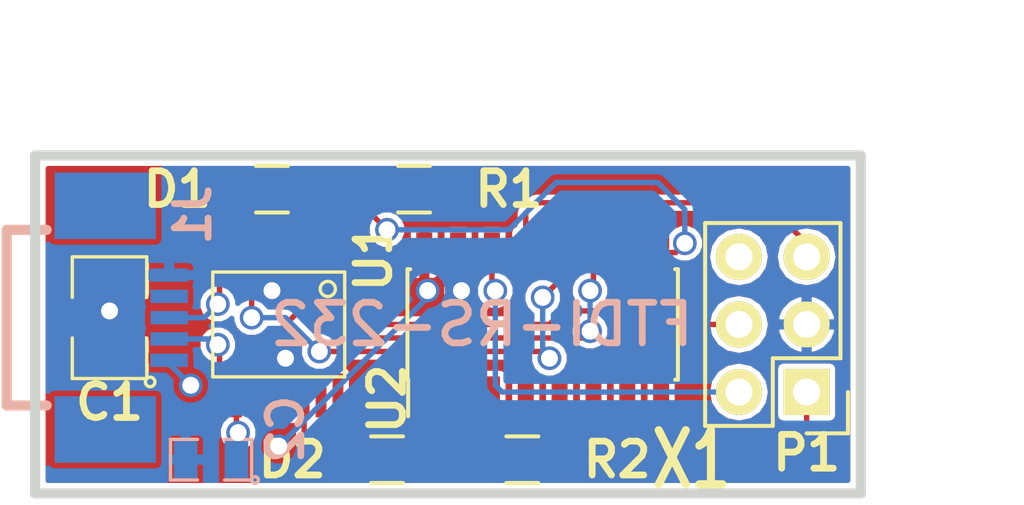
<source format=kicad_pcb>
(kicad_pcb (version 4) (host pcbnew "(after 2015-mar-04 BZR unknown)-product")

  (general
    (links 27)
    (no_connects 0)
    (area 141.2113 90.4748 189.266287 110.2662)
    (thickness 1.6002)
    (drawings 9)
    (tracks 116)
    (zones 0)
    (modules 10)
    (nets 18)
  )

  (page A4)
  (title_block
    (date "30 oct 2013")
  )

  (layers
    (0 Front signal)
    (31 Back signal)
    (36 B.SilkS user hide)
    (37 F.SilkS user)
    (38 B.Mask user)
    (39 F.Mask user)
    (40 Dwgs.User user)
    (44 Edge.Cuts user)
  )

  (setup
    (last_trace_width 0.2032)
    (user_trace_width 0.635)
    (trace_clearance 0.2032)
    (zone_clearance 0.2032)
    (zone_45_only no)
    (trace_min 0.2032)
    (segment_width 0.381)
    (edge_width 0.381)
    (via_size 0.889)
    (via_drill 0.635)
    (via_min_size 0.889)
    (via_min_drill 0.508)
    (uvia_size 0.508)
    (uvia_drill 0.127)
    (uvias_allowed no)
    (uvia_min_size 0.508)
    (uvia_min_drill 0.127)
    (pcb_text_width 0.3048)
    (pcb_text_size 1.524 2.032)
    (mod_edge_width 0.381)
    (mod_text_size 1.27 1.27)
    (mod_text_width 0.254)
    (pad_size 1.524 1.524)
    (pad_drill 0.8128)
    (pad_to_mask_clearance 0.254)
    (aux_axis_origin 0 0)
    (visible_elements 7FFFFF3F)
    (pcbplotparams
      (layerselection 0x00030_80000001)
      (usegerberextensions true)
      (excludeedgelayer true)
      (linewidth 0.150000)
      (plotframeref false)
      (viasonmask false)
      (mode 1)
      (useauxorigin false)
      (hpglpennumber 1)
      (hpglpenspeed 20)
      (hpglpendiameter 15)
      (hpglpenoverlay 0)
      (psnegative false)
      (psa4output false)
      (plotreference true)
      (plotvalue true)
      (plotinvisibletext false)
      (padsonsilk false)
      (subtractmaskfromsilk false)
      (outputformat 1)
      (mirror false)
      (drillshape 0)
      (scaleselection 1)
      (outputdirectory plots/))
  )

  (net 0 "")
  (net 1 /+3.3V)
  (net 2 /+5V)
  (net 3 /CTS)
  (net 4 /DM)
  (net 5 /DP)
  (net 6 /RTS)
  (net 7 /RX)
  (net 8 /TX)
  (net 9 GND)
  (net 10 /TXLED*)
  (net 11 /PUP0)
  (net 12 /RXLED*)
  (net 13 /PUP1)
  (net 14 "Net-(P1-Pad1)")
  (net 15 "Net-(P1-Pad2)")
  (net 16 "Net-(P1-Pad4)")
  (net 17 "Net-(P1-Pad5)")

  (net_class Default "This is the default net class."
    (clearance 0.2032)
    (trace_width 0.2032)
    (via_dia 0.889)
    (via_drill 0.635)
    (uvia_dia 0.508)
    (uvia_drill 0.127)
    (add_net /+3.3V)
    (add_net /+5V)
    (add_net /CTS)
    (add_net /DM)
    (add_net /DP)
    (add_net /PUP0)
    (add_net /PUP1)
    (add_net /RTS)
    (add_net /RX)
    (add_net /RXLED*)
    (add_net /TX)
    (add_net /TXLED*)
    (add_net GND)
    (add_net "Net-(P1-Pad1)")
    (add_net "Net-(P1-Pad2)")
    (add_net "Net-(P1-Pad4)")
    (add_net "Net-(P1-Pad5)")
  )

  (module SM0805 (layer Back) (tedit 525E89D7) (tstamp 4FF3173B)
    (at 154.94 107.188 180)
    (path /4FF31376)
    (attr smd)
    (fp_text reference C2 (at -2.794 1.143 270) (layer B.SilkS)
      (effects (font (size 1.27 1.27) (thickness 0.254)) (justify mirror))
    )
    (fp_text value 0.1uF (at -3.556 0.127 450) (layer B.SilkS) hide
      (effects (font (size 0.635 0.635) (thickness 0.127)) (justify mirror))
    )
    (fp_circle (center -1.651 -0.762) (end -1.651 -0.635) (layer B.SilkS) (width 0.127))
    (fp_line (start -0.508 -0.762) (end -1.524 -0.762) (layer B.SilkS) (width 0.127))
    (fp_line (start -1.524 -0.762) (end -1.524 0.762) (layer B.SilkS) (width 0.127))
    (fp_line (start -1.524 0.762) (end -0.508 0.762) (layer B.SilkS) (width 0.127))
    (fp_line (start 0.508 0.762) (end 1.524 0.762) (layer B.SilkS) (width 0.127))
    (fp_line (start 1.524 0.762) (end 1.524 -0.762) (layer B.SilkS) (width 0.127))
    (fp_line (start 1.524 -0.762) (end 0.508 -0.762) (layer B.SilkS) (width 0.127))
    (pad 1 smd rect (at -0.9525 0 180) (size 0.889 1.397) (layers Back B.Mask)
      (net 1 /+3.3V))
    (pad 2 smd rect (at 0.9525 0 180) (size 0.889 1.397) (layers Back B.Mask)
      (net 9 GND))
    (model smd/chip_cms.wrl
      (at (xyz 0 0 0))
      (scale (xyz 0.1 0.1 0.1))
      (rotate (xyz 0 0 0))
    )
  )

  (module J1 locked (layer Back) (tedit 5245C21C) (tstamp 4FF3476B)
    (at 147.2692 101.854 90)
    (descr "USB, MINI, B")
    (tags USB-B-MINI)
    (path /4FF311FD)
    (fp_text reference J1 (at 3.8608 6.985 90) (layer B.SilkS)
      (effects (font (size 1.27 1.27) (thickness 0.254)) (justify mirror))
    )
    (fp_text value USB-B (at 0.39878 -1.50114 90) (layer B.SilkS) hide
      (effects (font (thickness 0.3048)) (justify mirror))
    )
    (fp_line (start -3.29946 0) (end -3.29946 1.50114) (layer B.SilkS) (width 0.381))
    (fp_line (start 3.29946 0) (end 3.29946 1.50114) (layer B.SilkS) (width 0.381))
    (fp_line (start -3.29946 0) (end 3.29946 0) (layer B.SilkS) (width 0.381))
    (pad G2 smd rect (at 4.20116 3.70078 90) (size 2.49936 3.79984) (layers Back B.Mask))
    (pad G1 smd rect (at -4.20116 3.70078 90) (size 2.49936 3.79984) (layers Back B.Mask))
    (pad 4 smd rect (at 1.6002 6.10108 90) (size 0.50038 1.39954) (layers Back B.Mask)
      (net 9 GND))
    (pad NC smd rect (at 0.8001 6.10108 90) (size 0.50038 1.39954) (layers Back B.Mask))
    (pad 1 smd rect (at -1.6002 6.10108 90) (size 0.50038 1.39954) (layers Back B.Mask)
      (net 2 /+5V))
    (pad 2 smd rect (at -0.8001 6.10108 90) (size 0.50038 1.39954) (layers Back B.Mask)
      (net 4 /DM))
    (pad 3 smd rect (at 0 6.10108 90) (size 0.50038 1.39954) (layers Back B.Mask)
      (net 5 /DP))
  )

  (module SM1210 (layer Front) (tedit 525E89D2) (tstamp 4FF3173A)
    (at 151.13 101.854 90)
    (tags "CMS SM")
    (path /4FF312AD)
    (attr smd)
    (fp_text reference C1 (at -3.175 0 180) (layer F.SilkS)
      (effects (font (size 1.27 1.27) (thickness 0.254)))
    )
    (fp_text value 10uF (at 0.127 -8.255 90) (layer F.SilkS) hide
      (effects (font (size 0.762 0.762) (thickness 0.127)))
    )
    (fp_circle (center -2.413 1.524) (end -2.286 1.397) (layer F.SilkS) (width 0.127))
    (fp_line (start -0.762 -1.397) (end -2.286 -1.397) (layer F.SilkS) (width 0.127))
    (fp_line (start -2.286 -1.397) (end -2.286 1.397) (layer F.SilkS) (width 0.127))
    (fp_line (start -2.286 1.397) (end -0.762 1.397) (layer F.SilkS) (width 0.127))
    (fp_line (start 0.762 1.397) (end 2.286 1.397) (layer F.SilkS) (width 0.127))
    (fp_line (start 2.286 1.397) (end 2.286 -1.397) (layer F.SilkS) (width 0.127))
    (fp_line (start 2.286 -1.397) (end 0.762 -1.397) (layer F.SilkS) (width 0.127))
    (pad 1 smd rect (at -1.524 0 90) (size 1.27 2.54) (layers Front F.Mask)
      (net 2 /+5V))
    (pad 2 smd rect (at 1.524 0 90) (size 1.27 2.54) (layers Front F.Mask)
      (net 9 GND))
    (model smd/chip_cms.wrl
      (at (xyz 0 0 0))
      (scale (xyz 0.17 0.2 0.17))
      (rotate (xyz 0 0 0))
    )
  )

  (module ssop-16 (layer Front) (tedit 57C9C4E7) (tstamp 525C26A2)
    (at 157.48 102.108 180)
    (descr SSOP-16)
    (path /525C3657)
    (fp_text reference U1 (at -3.556 2.54 270) (layer F.SilkS)
      (effects (font (size 1.27 1.27) (thickness 0.254)))
    )
    (fp_text value FT230XS (at 0 -1.143 270) (layer F.SilkS) hide
      (effects (font (size 0.50038 0.50038) (thickness 0.09906)))
    )
    (fp_line (start -2.4765 1.9685) (end 2.4765 1.9685) (layer F.SilkS) (width 0.127))
    (fp_line (start 2.4765 1.9685) (end 2.4765 -1.9685) (layer F.SilkS) (width 0.127))
    (fp_line (start 2.4765 -1.9685) (end -2.4765 -1.9685) (layer F.SilkS) (width 0.127))
    (fp_line (start -2.4765 -1.9685) (end -2.4765 1.9685) (layer F.SilkS) (width 0.127))
    (fp_circle (center -1.8415 1.3335) (end -1.9685 1.5875) (layer F.SilkS) (width 0.127))
    (pad 4 smd rect (at -0.3175 2.667 180) (size 0.4064 1.651) (layers Front F.Mask)
      (net 7 /RX))
    (pad 5 smd rect (at 0.3175 2.667 180) (size 0.4064 1.651) (layers Front F.Mask)
      (net 9 GND))
    (pad 6 smd rect (at 0.9525 2.667 180) (size 0.4064 1.651) (layers Front F.Mask)
      (net 3 /CTS))
    (pad 7 smd rect (at 1.5875 2.667 180) (size 0.4064 1.651) (layers Front F.Mask)
      (net 10 /TXLED*))
    (pad 16 smd rect (at -2.2225 -2.667 180) (size 0.4064 1.651) (layers Front F.Mask))
    (pad 1 smd rect (at -2.2225 2.667 180) (size 0.4064 1.651) (layers Front F.Mask)
      (net 8 /TX))
    (pad 2 smd rect (at -1.5875 2.667 180) (size 0.4064 1.651) (layers Front F.Mask)
      (net 6 /RTS))
    (pad 3 smd rect (at -0.9525 2.667 180) (size 0.4064 1.651) (layers Front F.Mask)
      (net 1 /+3.3V))
    (pad 9 smd rect (at 2.2225 -2.667 180) (size 0.4064 1.651) (layers Front F.Mask)
      (net 4 /DM))
    (pad 10 smd rect (at 1.5875 -2.667 180) (size 0.4064 1.651) (layers Front F.Mask)
      (net 1 /+3.3V))
    (pad 11 smd rect (at 0.9525 -2.667 180) (size 0.4064 1.651) (layers Front F.Mask))
    (pad 12 smd rect (at 0.3175 -2.667 180) (size 0.4064 1.651) (layers Front F.Mask)
      (net 2 /+5V))
    (pad 13 smd rect (at -0.3175 -2.667 180) (size 0.4064 1.651) (layers Front F.Mask)
      (net 9 GND))
    (pad 14 smd rect (at -0.9525 -2.667 180) (size 0.4064 1.651) (layers Front F.Mask)
      (net 12 /RXLED*))
    (pad 8 smd rect (at 2.2225 2.667 180) (size 0.4064 1.651) (layers Front F.Mask)
      (net 5 /DP))
    (pad 15 smd rect (at -1.5875 -2.667 180) (size 0.4064 1.651) (layers Front F.Mask))
    (model smd/smd_dil/ssop-16.wrl
      (at (xyz 0 0 0))
      (scale (xyz 1 1 1))
      (rotate (xyz 0 0 0))
    )
  )

  (module Housings_SOIC:SOIC-16_3.9x9.9mm_Pitch1.27mm (layer Front) (tedit 57C9C4E5) (tstamp 57C9C133)
    (at 167.386 102.108 90)
    (descr "16-Lead Plastic Small Outline (SL) - Narrow, 3.90 mm Body [SOIC] (see Microchip Packaging Specification 00000049BS.pdf)")
    (tags "SOIC 1.27")
    (path /57C9D031)
    (attr smd)
    (fp_text reference U2 (at -2.794 -5.842 90) (layer F.SilkS)
      (effects (font (size 1.27 1.27) (thickness 0.254)))
    )
    (fp_text value MAX3232 (at 0 6 90) (layer F.SilkS) hide
      (effects (font (size 1 1) (thickness 0.15)))
    )
    (fp_circle (center -1.25 -4.25) (end -1.5 -4.25) (layer F.Fab) (width 0.15))
    (fp_line (start -1.95 -4.95) (end -1.95 4.95) (layer F.Fab) (width 0.15))
    (fp_line (start 1.95 -4.95) (end -1.95 -4.95) (layer F.Fab) (width 0.15))
    (fp_line (start 1.95 4.95) (end 1.95 -4.95) (layer F.Fab) (width 0.15))
    (fp_line (start -1.95 4.95) (end 1.95 4.95) (layer F.Fab) (width 0.15))
    (fp_line (start -3.7 -5.25) (end -3.7 5.25) (layer F.CrtYd) (width 0.05))
    (fp_line (start 3.7 -5.25) (end 3.7 5.25) (layer F.CrtYd) (width 0.05))
    (fp_line (start -3.7 -5.25) (end 3.7 -5.25) (layer F.CrtYd) (width 0.05))
    (fp_line (start -3.7 5.25) (end 3.7 5.25) (layer F.CrtYd) (width 0.05))
    (fp_line (start -2.075 -5.075) (end -2.075 -5.05) (layer F.SilkS) (width 0.15))
    (fp_line (start 2.075 -5.075) (end 2.075 -4.97) (layer F.SilkS) (width 0.15))
    (fp_line (start 2.075 5.075) (end 2.075 4.97) (layer F.SilkS) (width 0.15))
    (fp_line (start -2.075 5.075) (end -2.075 4.97) (layer F.SilkS) (width 0.15))
    (fp_line (start -2.075 -5.075) (end 2.075 -5.075) (layer F.SilkS) (width 0.15))
    (fp_line (start -2.075 5.075) (end 2.075 5.075) (layer F.SilkS) (width 0.15))
    (fp_line (start -2.075 -5.05) (end -3.45 -5.05) (layer F.SilkS) (width 0.15))
    (pad 1 smd rect (at -2.7 -4.445 90) (size 1.5 0.6) (layers Front F.Mask))
    (pad 2 smd rect (at -2.7 -3.175 90) (size 1.5 0.6) (layers Front F.Mask))
    (pad 3 smd rect (at -2.7 -1.905 90) (size 1.5 0.6) (layers Front F.Mask))
    (pad 4 smd rect (at -2.7 -0.635 90) (size 1.5 0.6) (layers Front F.Mask))
    (pad 5 smd rect (at -2.7 0.635 90) (size 1.5 0.6) (layers Front F.Mask))
    (pad 6 smd rect (at -2.7 1.905 90) (size 1.5 0.6) (layers Front F.Mask))
    (pad 7 smd rect (at -2.7 3.175 90) (size 1.5 0.6) (layers Front F.Mask)
      (net 14 "Net-(P1-Pad1)"))
    (pad 8 smd rect (at -2.7 4.445 90) (size 1.5 0.6) (layers Front F.Mask)
      (net 16 "Net-(P1-Pad4)"))
    (pad 9 smd rect (at 2.7 4.445 90) (size 1.5 0.6) (layers Front F.Mask)
      (net 7 /RX))
    (pad 10 smd rect (at 2.7 3.175 90) (size 1.5 0.6) (layers Front F.Mask)
      (net 8 /TX))
    (pad 11 smd rect (at 2.7 1.905 90) (size 1.5 0.6) (layers Front F.Mask)
      (net 6 /RTS))
    (pad 12 smd rect (at 2.7 0.635 90) (size 1.5 0.6) (layers Front F.Mask)
      (net 3 /CTS))
    (pad 13 smd rect (at 2.7 -0.635 90) (size 1.5 0.6) (layers Front F.Mask)
      (net 17 "Net-(P1-Pad5)"))
    (pad 14 smd rect (at 2.7 -1.905 90) (size 1.5 0.6) (layers Front F.Mask)
      (net 15 "Net-(P1-Pad2)"))
    (pad 15 smd rect (at 2.7 -3.175 90) (size 1.5 0.6) (layers Front F.Mask)
      (net 9 GND))
    (pad 16 smd rect (at 2.7 -4.445 90) (size 1.5 0.6) (layers Front F.Mask)
      (net 2 /+5V))
    (model Housings_SOIC.3dshapes/SOIC-16_3.9x9.9mm_Pitch1.27mm.wrl
      (at (xyz 0 0 0))
      (scale (xyz 1 1 1))
      (rotate (xyz 0 0 0))
    )
  )

  (module Resistors_SMD:R_0805_HandSoldering (layer Front) (tedit 57C9C4B5) (tstamp 57C9C2EC)
    (at 157.226 97.028)
    (descr "Resistor SMD 0805, hand soldering")
    (tags "resistor 0805")
    (path /57C9C81C)
    (attr smd)
    (fp_text reference D1 (at -3.556 0) (layer F.SilkS)
      (effects (font (size 1.27 1.27) (thickness 0.254)))
    )
    (fp_text value LED (at 0 2.1) (layer F.SilkS) hide
      (effects (font (size 1 1) (thickness 0.15)))
    )
    (fp_line (start -2.4 -1) (end 2.4 -1) (layer F.CrtYd) (width 0.05))
    (fp_line (start -2.4 1) (end 2.4 1) (layer F.CrtYd) (width 0.05))
    (fp_line (start -2.4 -1) (end -2.4 1) (layer F.CrtYd) (width 0.05))
    (fp_line (start 2.4 -1) (end 2.4 1) (layer F.CrtYd) (width 0.05))
    (fp_line (start 0.6 0.875) (end -0.6 0.875) (layer F.SilkS) (width 0.15))
    (fp_line (start -0.6 -0.875) (end 0.6 -0.875) (layer F.SilkS) (width 0.15))
    (pad 1 smd rect (at -1.35 0) (size 1.5 1.3) (layers Front F.Mask)
      (net 10 /TXLED*))
    (pad 2 smd rect (at 1.35 0) (size 1.5 1.3) (layers Front F.Mask)
      (net 11 /PUP0))
    (model Resistors_SMD.3dshapes/R_0805_HandSoldering.wrl
      (at (xyz 0 0 0))
      (scale (xyz 1 1 1))
      (rotate (xyz 0 0 0))
    )
  )

  (module Resistors_SMD:R_0805_HandSoldering (layer Front) (tedit 57C9C8C9) (tstamp 57C9C2F8)
    (at 161.544 107.188)
    (descr "Resistor SMD 0805, hand soldering")
    (tags "resistor 0805")
    (path /57C9C6CE)
    (attr smd)
    (fp_text reference D2 (at -3.556 0) (layer F.SilkS)
      (effects (font (size 1.27 1.27) (thickness 0.254)))
    )
    (fp_text value LED (at 0 2.1) (layer F.SilkS) hide
      (effects (font (size 1 1) (thickness 0.15)))
    )
    (fp_line (start -2.4 -1) (end 2.4 -1) (layer F.CrtYd) (width 0.05))
    (fp_line (start -2.4 1) (end 2.4 1) (layer F.CrtYd) (width 0.05))
    (fp_line (start -2.4 -1) (end -2.4 1) (layer F.CrtYd) (width 0.05))
    (fp_line (start 2.4 -1) (end 2.4 1) (layer F.CrtYd) (width 0.05))
    (fp_line (start 0.6 0.875) (end -0.6 0.875) (layer F.SilkS) (width 0.15))
    (fp_line (start -0.6 -0.875) (end 0.6 -0.875) (layer F.SilkS) (width 0.15))
    (pad 1 smd rect (at -1.35 0) (size 1.5 1.3) (layers Front F.Mask)
      (net 12 /RXLED*))
    (pad 2 smd rect (at 1.35 0) (size 1.5 1.3) (layers Front F.Mask)
      (net 13 /PUP1))
    (model Resistors_SMD.3dshapes/R_0805_HandSoldering.wrl
      (at (xyz 0 0 0))
      (scale (xyz 1 1 1))
      (rotate (xyz 0 0 0))
    )
  )

  (module Pin_Headers:Pin_Header_Straight_2x03 (layer Front) (tedit 57C9C450) (tstamp 57C9C444)
    (at 177.292 104.648 180)
    (descr "Through hole pin header")
    (tags "pin header")
    (path /57C9D21E)
    (fp_text reference P1 (at 0 -2.286 180) (layer F.SilkS)
      (effects (font (size 1.27 1.27) (thickness 0.254)))
    )
    (fp_text value CONN_01X05 (at 0 -3.1 180) (layer F.SilkS) hide
      (effects (font (size 1 1) (thickness 0.15)))
    )
    (fp_line (start -1.27 1.27) (end -1.27 6.35) (layer F.SilkS) (width 0.15))
    (fp_line (start -1.55 -1.55) (end 0 -1.55) (layer F.SilkS) (width 0.15))
    (fp_line (start -1.75 -1.75) (end -1.75 6.85) (layer F.CrtYd) (width 0.05))
    (fp_line (start 4.3 -1.75) (end 4.3 6.85) (layer F.CrtYd) (width 0.05))
    (fp_line (start -1.75 -1.75) (end 4.3 -1.75) (layer F.CrtYd) (width 0.05))
    (fp_line (start -1.75 6.85) (end 4.3 6.85) (layer F.CrtYd) (width 0.05))
    (fp_line (start 1.27 -1.27) (end 1.27 1.27) (layer F.SilkS) (width 0.15))
    (fp_line (start 1.27 1.27) (end -1.27 1.27) (layer F.SilkS) (width 0.15))
    (fp_line (start -1.27 6.35) (end 3.81 6.35) (layer F.SilkS) (width 0.15))
    (fp_line (start 3.81 6.35) (end 3.81 1.27) (layer F.SilkS) (width 0.15))
    (fp_line (start -1.55 -1.55) (end -1.55 0) (layer F.SilkS) (width 0.15))
    (fp_line (start 3.81 -1.27) (end 1.27 -1.27) (layer F.SilkS) (width 0.15))
    (fp_line (start 3.81 1.27) (end 3.81 -1.27) (layer F.SilkS) (width 0.15))
    (pad 1 thru_hole rect (at 0 0 180) (size 1.7272 1.7272) (drill 1.016) (layers *.Cu *.Mask F.SilkS)
      (net 14 "Net-(P1-Pad1)"))
    (pad 2 thru_hole oval (at 2.54 0 180) (size 1.7272 1.7272) (drill 1.016) (layers *.Cu *.Mask F.SilkS)
      (net 15 "Net-(P1-Pad2)"))
    (pad 3 thru_hole oval (at 0 2.54 180) (size 1.7272 1.7272) (drill 1.016) (layers *.Cu *.Mask F.SilkS)
      (net 9 GND))
    (pad 4 thru_hole oval (at 2.54 2.54 180) (size 1.7272 1.7272) (drill 1.016) (layers *.Cu *.Mask F.SilkS)
      (net 16 "Net-(P1-Pad4)"))
    (pad 5 thru_hole oval (at 0 5.08 180) (size 1.7272 1.7272) (drill 1.016) (layers *.Cu *.Mask F.SilkS)
      (net 17 "Net-(P1-Pad5)"))
    (pad 6 thru_hole oval (at 2.54 5.08 180) (size 1.7272 1.7272) (drill 1.016) (layers *.Cu *.Mask F.SilkS))
    (model Pin_Headers.3dshapes/Pin_Header_Straight_2x03.wrl
      (at (xyz 0.05 -0.1 0))
      (scale (xyz 1 1 1))
      (rotate (xyz 0 0 90))
    )
  )

  (module Resistors_SMD:R_0805_HandSoldering (layer Front) (tedit 57C9C45A) (tstamp 57C9C4C6)
    (at 162.56 97.028 180)
    (descr "Resistor SMD 0805, hand soldering")
    (tags "resistor 0805")
    (path /4FF314CB)
    (attr smd)
    (fp_text reference R1 (at -3.556 0 180) (layer F.SilkS)
      (effects (font (size 1.27 1.27) (thickness 0.254)))
    )
    (fp_text value 270 (at 0 2.1 180) (layer F.SilkS) hide
      (effects (font (size 1 1) (thickness 0.15)))
    )
    (fp_line (start -2.4 -1) (end 2.4 -1) (layer F.CrtYd) (width 0.05))
    (fp_line (start -2.4 1) (end 2.4 1) (layer F.CrtYd) (width 0.05))
    (fp_line (start -2.4 -1) (end -2.4 1) (layer F.CrtYd) (width 0.05))
    (fp_line (start 2.4 -1) (end 2.4 1) (layer F.CrtYd) (width 0.05))
    (fp_line (start 0.6 0.875) (end -0.6 0.875) (layer F.SilkS) (width 0.15))
    (fp_line (start -0.6 -0.875) (end 0.6 -0.875) (layer F.SilkS) (width 0.15))
    (pad 1 smd rect (at -1.35 0 180) (size 1.5 1.3) (layers Front F.Mask)
      (net 2 /+5V))
    (pad 2 smd rect (at 1.35 0 180) (size 1.5 1.3) (layers Front F.Mask)
      (net 11 /PUP0))
    (model Resistors_SMD.3dshapes/R_0805_HandSoldering.wrl
      (at (xyz 0 0 0))
      (scale (xyz 1 1 1))
      (rotate (xyz 0 0 0))
    )
  )

  (module Resistors_SMD:R_0805_HandSoldering (layer Front) (tedit 57C9C454) (tstamp 57C9C4D1)
    (at 166.624 107.188 180)
    (descr "Resistor SMD 0805, hand soldering")
    (tags "resistor 0805")
    (path /4FF314D2)
    (attr smd)
    (fp_text reference R2 (at -3.556 0 180) (layer F.SilkS)
      (effects (font (size 1.27 1.27) (thickness 0.254)))
    )
    (fp_text value 270 (at 0 2.1 180) (layer F.SilkS) hide
      (effects (font (size 1 1) (thickness 0.15)))
    )
    (fp_line (start -2.4 -1) (end 2.4 -1) (layer F.CrtYd) (width 0.05))
    (fp_line (start -2.4 1) (end 2.4 1) (layer F.CrtYd) (width 0.05))
    (fp_line (start -2.4 -1) (end -2.4 1) (layer F.CrtYd) (width 0.05))
    (fp_line (start 2.4 -1) (end 2.4 1) (layer F.CrtYd) (width 0.05))
    (fp_line (start 0.6 0.875) (end -0.6 0.875) (layer F.SilkS) (width 0.15))
    (fp_line (start -0.6 -0.875) (end 0.6 -0.875) (layer F.SilkS) (width 0.15))
    (pad 1 smd rect (at -1.35 0 180) (size 1.5 1.3) (layers Front F.Mask)
      (net 2 /+5V))
    (pad 2 smd rect (at 1.35 0 180) (size 1.5 1.3) (layers Front F.Mask)
      (net 13 /PUP1))
    (model Resistors_SMD.3dshapes/R_0805_HandSoldering.wrl
      (at (xyz 0 0 0))
      (scale (xyz 1 1 1))
      (rotate (xyz 0 0 0))
    )
  )

  (dimension 12.7 (width 0.3048) (layer Dwgs.User)
    (gr_text "0.5000 in" (at 183.489599 102.108 90) (layer Dwgs.User)
      (effects (font (size 2.032 1.524) (thickness 0.3048)))
    )
    (feature1 (pts (xy 179.324 95.758) (xy 185.115199 95.758)))
    (feature2 (pts (xy 179.324 108.458) (xy 185.115199 108.458)))
    (crossbar (pts (xy 181.863999 108.458) (xy 181.863999 95.758)))
    (arrow1a (pts (xy 181.863999 95.758) (xy 182.45042 96.884504)))
    (arrow1b (pts (xy 181.863999 95.758) (xy 181.277578 96.884504)))
    (arrow2a (pts (xy 181.863999 108.458) (xy 182.45042 107.331496)))
    (arrow2b (pts (xy 181.863999 108.458) (xy 181.277578 107.331496)))
  )
  (dimension 30.988 (width 0.3048) (layer Dwgs.User)
    (gr_text "1.2200 in" (at 163.83 92.3544) (layer Dwgs.User)
      (effects (font (size 2.032 1.524) (thickness 0.3048)))
    )
    (feature1 (pts (xy 179.324 95.758) (xy 179.324 90.7288)))
    (feature2 (pts (xy 148.336 95.758) (xy 148.336 90.7288)))
    (crossbar (pts (xy 148.336 93.98) (xy 179.324 93.98)))
    (arrow1a (pts (xy 179.324 93.98) (xy 178.197496 94.566421)))
    (arrow1b (pts (xy 179.324 93.98) (xy 178.197496 93.393579)))
    (arrow2a (pts (xy 148.336 93.98) (xy 149.462504 94.566421)))
    (arrow2b (pts (xy 148.336 93.98) (xy 149.462504 93.393579)))
  )
  (gr_line (start 148.336 95.758) (end 148.59 95.758) (angle 90) (layer Edge.Cuts) (width 0.381))
  (gr_line (start 148.336 108.458) (end 148.336 95.758) (angle 90) (layer Edge.Cuts) (width 0.381))
  (gr_line (start 179.324 108.458) (end 148.336 108.458) (angle 90) (layer Edge.Cuts) (width 0.381))
  (gr_line (start 179.324 95.758) (end 179.324 108.458) (angle 90) (layer Edge.Cuts) (width 0.381))
  (gr_line (start 148.59 95.758) (end 179.324 95.758) (angle 90) (layer Edge.Cuts) (width 0.381))
  (gr_text FTDI-RS-232 (at 165.1 102.108) (layer B.SilkS)
    (effects (font (thickness 0.254)) (justify mirror))
  )
  (gr_text X1 (at 172.974 107.188) (layer F.SilkS)
    (effects (font (size 2.032 1.524) (thickness 0.3048)))
  )

  (segment (start 155.8925 104.775) (end 155.8925 103.9495) (width 0.2032) (layer Front) (net 1))
  (segment (start 155.8925 103.9495) (end 158.4325 101.4095) (width 0.2032) (layer Front) (net 1) (tstamp 57C9C846))
  (segment (start 158.4325 101.4095) (end 158.4325 99.441) (width 0.2032) (layer Front) (net 1) (tstamp 57C9C848))
  (segment (start 155.8925 104.775) (end 155.8925 106.1085) (width 0.2032) (layer Front) (net 1))
  (segment (start 155.8925 106.2355) (end 155.8925 107.188) (width 0.2032) (layer Back) (net 1) (tstamp 57C9C78D))
  (segment (start 155.956 106.172) (end 155.8925 106.2355) (width 0.2032) (layer Back) (net 1) (tstamp 57C9C78C))
  (via (at 155.956 106.172) (size 0.889) (layers Front Back) (net 1))
  (segment (start 155.8925 106.1085) (end 155.956 106.172) (width 0.2032) (layer Front) (net 1) (tstamp 57C9C78A))
  (segment (start 157.1625 104.775) (end 157.1625 106.3625) (width 0.2032) (layer Front) (net 2))
  (segment (start 162.941 100.711) (end 162.941 99.408) (width 0.2032) (layer Front) (net 2) (tstamp 57C9C8EC))
  (segment (start 163.068 100.838) (end 162.941 100.711) (width 0.2032) (layer Front) (net 2) (tstamp 57C9C8EB))
  (via (at 163.068 100.838) (size 0.889) (layers Front Back) (net 2))
  (segment (start 163.068 101.092) (end 163.068 100.838) (width 0.2032) (layer Back) (net 2) (tstamp 57C9C8E9))
  (segment (start 157.48 106.68) (end 163.068 101.092) (width 0.2032) (layer Back) (net 2) (tstamp 57C9C8E8))
  (via (at 157.48 106.68) (size 0.889) (layers Front Back) (net 2))
  (segment (start 157.1625 106.3625) (end 157.48 106.68) (width 0.2032) (layer Front) (net 2) (tstamp 57C9C8E6))
  (segment (start 153.37028 103.4542) (end 153.37028 103.58628) (width 0.2032) (layer Back) (net 2))
  (segment (start 153.37028 103.58628) (end 154.178 104.394) (width 0.2032) (layer Back) (net 2) (tstamp 57C9C790))
  (via (at 154.178 104.394) (size 0.889) (layers Front Back) (net 2))
  (segment (start 156.464 101.854) (end 157.734 101.854) (width 0.2032) (layer Back) (net 3))
  (segment (start 157.734 101.854) (end 159.004 103.124) (width 0.2032) (layer Back) (net 3) (tstamp 57C9C914))
  (segment (start 156.464 100.584) (end 156.464 101.854) (width 0.2032) (layer Front) (net 3))
  (segment (start 159.004 103.124) (end 161.036 103.124) (width 0.2032) (layer Front) (net 3) (tstamp 57C9C835))
  (segment (start 161.036 103.124) (end 167.386 103.124) (width 0.2032) (layer Front) (net 3) (tstamp 57C9C838))
  (via (at 159.004 103.124) (size 0.889) (layers Front Back) (net 3))
  (via (at 156.464 101.854) (size 0.889) (layers Front Back) (net 3))
  (segment (start 167.386 103.124) (end 167.64 103.378) (width 0.2032) (layer Front) (net 3) (tstamp 57C9C817))
  (segment (start 168.021 99.408) (end 168.021 100.457) (width 0.2032) (layer Front) (net 3))
  (segment (start 168.021 100.457) (end 167.386 101.092) (width 0.2032) (layer Front) (net 3) (tstamp 57C9C74B))
  (segment (start 156.5275 99.441) (end 156.5275 100.5205) (width 0.2032) (layer Front) (net 3))
  (segment (start 156.5275 100.5205) (end 156.464 100.584) (width 0.2032) (layer Front) (net 3) (tstamp 57C9C736))
  (via (at 167.64 103.378) (size 0.889) (layers Front Back) (net 3))
  (segment (start 167.64 103.378) (end 167.386 103.124) (width 0.2032) (layer Back) (net 3) (tstamp 57C9C73C))
  (segment (start 167.386 103.124) (end 167.386 101.092) (width 0.2032) (layer Back) (net 3) (tstamp 57C9C73D))
  (via (at 167.386 101.092) (size 0.889) (layers Front Back) (net 3))
  (segment (start 154.9781 102.6541) (end 155.194 102.87) (width 0.2032) (layer Back) (net 4) (tstamp 525C280D))
  (via (at 155.194 102.87) (size 0.889) (layers Front Back) (net 4))
  (segment (start 155.194 102.87) (end 155.2575 102.9335) (width 0.2032) (layer Front) (net 4) (tstamp 525C280F))
  (segment (start 155.2575 102.9335) (end 155.2575 104.775) (width 0.2032) (layer Front) (net 4) (tstamp 525C2810) (status 20))
  (segment (start 153.37028 102.6541) (end 154.9781 102.6541) (width 0.2032) (layer Back) (net 4) (status 10))
  (segment (start 154.686 101.854) (end 155.194 101.346) (width 0.2032) (layer Back) (net 5) (tstamp 525C2808))
  (via (at 155.194 101.346) (size 0.889) (layers Front Back) (net 5))
  (segment (start 155.194 101.346) (end 155.2575 101.2825) (width 0.2032) (layer Front) (net 5) (tstamp 525C280A))
  (segment (start 155.2575 101.2825) (end 155.2575 99.441) (width 0.2032) (layer Front) (net 5) (tstamp 525C280B) (status 20))
  (segment (start 153.37028 101.854) (end 154.686 101.854) (width 0.2032) (layer Back) (net 5) (status 10))
  (segment (start 166.624 102.616) (end 168.91 102.616) (width 0.2032) (layer Front) (net 6))
  (segment (start 168.91 102.616) (end 169.164 102.362) (width 0.2032) (layer Front) (net 6) (tstamp 57C9C71B))
  (segment (start 169.164 102.362) (end 169.164 100.838) (width 0.2032) (layer Back) (net 6) (tstamp 57C9C71D))
  (via (at 169.164 102.362) (size 0.889) (layers Front Back) (net 6))
  (segment (start 159.0675 99.441) (end 159.0675 101.9175) (width 0.2032) (layer Front) (net 6))
  (segment (start 169.291 100.711) (end 169.291 99.408) (width 0.2032) (layer Front) (net 6) (tstamp 57C9C6EE))
  (segment (start 169.164 100.838) (end 169.291 100.711) (width 0.2032) (layer Front) (net 6) (tstamp 57C9C6ED))
  (via (at 169.164 100.838) (size 0.889) (layers Front Back) (net 6))
  (segment (start 159.766 102.616) (end 166.624 102.616) (width 0.2032) (layer Front) (net 6) (tstamp 57C9C6E7))
  (segment (start 159.0675 101.9175) (end 159.766 102.616) (width 0.2032) (layer Front) (net 6) (tstamp 57C9C6E6))
  (segment (start 159.258 98.044) (end 161.036 98.044) (width 0.2032) (layer Front) (net 7))
  (segment (start 167.894 96.774) (end 171.704 96.774) (width 0.2032) (layer Back) (net 7) (tstamp 57C9C942))
  (segment (start 166.116 98.552) (end 167.894 96.774) (width 0.2032) (layer Back) (net 7) (tstamp 57C9C941))
  (segment (start 161.544 98.552) (end 166.116 98.552) (width 0.2032) (layer Back) (net 7) (tstamp 57C9C940))
  (via (at 161.544 98.552) (size 0.889) (layers Front Back) (net 7))
  (segment (start 161.036 98.044) (end 161.544 98.552) (width 0.2032) (layer Front) (net 7) (tstamp 57C9C93E))
  (segment (start 157.7975 99.441) (end 157.7975 98.4885) (width 0.2032) (layer Front) (net 7))
  (segment (start 172.372 99.408) (end 171.831 99.408) (width 0.2032) (layer Front) (net 7) (tstamp 57C9C8A6))
  (segment (start 171.704 96.774) (end 172.72 97.79) (width 0.2032) (layer Back) (net 7) (tstamp 57C9C8A1))
  (segment (start 172.72 97.79) (end 172.72 99.06) (width 0.2032) (layer Back) (net 7) (tstamp 57C9C8A2))
  (via (at 172.72 99.06) (size 0.889) (layers Front Back) (net 7))
  (segment (start 172.72 99.06) (end 172.372 99.408) (width 0.2032) (layer Front) (net 7) (tstamp 57C9C8A5))
  (segment (start 158.242 98.044) (end 159.258 98.044) (width 0.2032) (layer Front) (net 7) (tstamp 57C9C898))
  (segment (start 157.7975 98.4885) (end 158.242 98.044) (width 0.2032) (layer Front) (net 7) (tstamp 57C9C897))
  (segment (start 166.624 102.108) (end 167.64 102.108) (width 0.2032) (layer Front) (net 8))
  (segment (start 170.561 100.965) (end 170.561 99.408) (width 0.2032) (layer Front) (net 8) (tstamp 57C9C716))
  (segment (start 169.926 101.6) (end 170.561 100.965) (width 0.2032) (layer Front) (net 8) (tstamp 57C9C715))
  (segment (start 168.148 101.6) (end 169.926 101.6) (width 0.2032) (layer Front) (net 8) (tstamp 57C9C714))
  (segment (start 167.64 102.108) (end 168.148 101.6) (width 0.2032) (layer Front) (net 8) (tstamp 57C9C713))
  (segment (start 159.7025 99.441) (end 159.7025 101.0285) (width 0.2032) (layer Front) (net 8))
  (segment (start 160.782 102.108) (end 166.624 102.108) (width 0.2032) (layer Front) (net 8) (tstamp 57C9C6E0))
  (segment (start 159.7025 101.0285) (end 160.782 102.108) (width 0.2032) (layer Front) (net 8) (tstamp 57C9C6DE))
  (segment (start 151.13 100.33) (end 151.13 101.6) (width 0.2032) (layer Front) (net 9))
  (via (at 151.13 101.6) (size 0.889) (layers Front Back) (net 9))
  (segment (start 157.7975 104.775) (end 157.7975 103.4415) (width 0.2032) (layer Front) (net 9))
  (via (at 157.734 103.378) (size 0.889) (layers Front Back) (net 9))
  (segment (start 157.7975 103.4415) (end 157.734 103.378) (width 0.2032) (layer Front) (net 9) (tstamp 57C9C865))
  (segment (start 157.1625 99.441) (end 157.1625 100.7745) (width 0.2032) (layer Front) (net 9))
  (via (at 157.226 100.838) (size 0.889) (layers Front Back) (net 9))
  (segment (start 157.1625 100.7745) (end 157.226 100.838) (width 0.2032) (layer Front) (net 9) (tstamp 57C9C732))
  (segment (start 164.211 99.408) (end 164.211 100.711) (width 0.2032) (layer Front) (net 9))
  (via (at 164.338 100.838) (size 0.889) (layers Front Back) (net 9))
  (segment (start 164.211 100.711) (end 164.338 100.838) (width 0.2032) (layer Front) (net 9) (tstamp 57C9C6B1))
  (segment (start 155.8925 99.441) (end 155.8925 97.0445) (width 0.2032) (layer Front) (net 10))
  (segment (start 155.8925 97.0445) (end 155.876 97.028) (width 0.2032) (layer Front) (net 10) (tstamp 57C9C72F))
  (segment (start 158.576 97.028) (end 161.21 97.028) (width 0.2032) (layer Front) (net 11))
  (segment (start 160.194 107.188) (end 158.75 107.188) (width 0.2032) (layer Front) (net 12))
  (segment (start 158.4325 106.8705) (end 158.4325 104.775) (width 0.2032) (layer Front) (net 12) (tstamp 57C9C8E3))
  (segment (start 158.75 107.188) (end 158.4325 106.8705) (width 0.2032) (layer Front) (net 12) (tstamp 57C9C8E2))
  (segment (start 158.4325 104.775) (end 158.4325 103.9495) (width 0.2032) (layer Front) (net 12) (status 30))
  (segment (start 162.894 107.188) (end 165.274 107.188) (width 0.2032) (layer Front) (net 13) (status 10))
  (segment (start 170.561 104.808) (end 170.561 105.791) (width 0.2032) (layer Front) (net 14))
  (segment (start 177.292 106.68) (end 177.292 104.648) (width 0.2032) (layer Front) (net 14) (tstamp 57C9C6C6))
  (segment (start 176.784 107.188) (end 177.292 106.68) (width 0.2032) (layer Front) (net 14) (tstamp 57C9C6C5))
  (segment (start 171.958 107.188) (end 176.784 107.188) (width 0.2032) (layer Front) (net 14) (tstamp 57C9C6C3))
  (segment (start 170.561 105.791) (end 171.958 107.188) (width 0.2032) (layer Front) (net 14) (tstamp 57C9C6C1))
  (segment (start 165.481 99.408) (end 165.481 100.711) (width 0.2032) (layer Front) (net 15))
  (segment (start 165.862 104.648) (end 168.656 104.648) (width 0.2032) (layer Back) (net 15) (tstamp 57C9C728))
  (segment (start 165.608 104.394) (end 165.862 104.648) (width 0.2032) (layer Back) (net 15) (tstamp 57C9C725))
  (segment (start 165.608 100.838) (end 165.608 104.394) (width 0.2032) (layer Back) (net 15) (tstamp 57C9C724))
  (via (at 165.608 100.838) (size 0.889) (layers Front Back) (net 15))
  (segment (start 165.481 100.711) (end 165.608 100.838) (width 0.2032) (layer Front) (net 15) (tstamp 57C9C721))
  (segment (start 174.752 104.648) (end 168.656 104.648) (width 0.2032) (layer Back) (net 15))
  (segment (start 174.752 102.108) (end 172.974 102.108) (width 0.2032) (layer Front) (net 16))
  (segment (start 171.831 103.251) (end 171.831 104.808) (width 0.2032) (layer Front) (net 16) (tstamp 57C9C6BD))
  (segment (start 172.974 102.108) (end 171.831 103.251) (width 0.2032) (layer Front) (net 16) (tstamp 57C9C6BC))
  (segment (start 177.292 99.568) (end 177.292 99.06) (width 0.2032) (layer Front) (net 17))
  (segment (start 177.292 99.06) (end 175.768 97.536) (width 0.2032) (layer Front) (net 17) (tstamp 57C9C6B5))
  (segment (start 175.768 97.536) (end 167.132 97.536) (width 0.2032) (layer Front) (net 17) (tstamp 57C9C6B6))
  (segment (start 167.132 97.536) (end 166.751 97.917) (width 0.2032) (layer Front) (net 17) (tstamp 57C9C6B8))
  (segment (start 166.751 97.917) (end 166.751 99.408) (width 0.2032) (layer Front) (net 17) (tstamp 57C9C6B9))

  (zone (net 2) (net_name /+5V) (layer Front) (tstamp 57C9C6AE) (hatch edge 0.508)
    (connect_pads (clearance 0.2032))
    (min_thickness 0.2032)
    (fill yes (arc_segments 16) (thermal_gap 0.2032) (thermal_bridge_width 0.381))
    (polygon
      (pts
        (xy 148.336 95.758) (xy 179.324 95.758) (xy 179.324 108.458) (xy 148.336 108.458)
      )
    )
    (filled_polygon
      (pts
        (xy 159.161349 107.9627) (xy 152.710771 107.9627) (xy 152.710771 100.965) (xy 152.710771 99.695) (xy 152.688222 99.578781)
        (xy 152.621123 99.476635) (xy 152.519827 99.408259) (xy 152.4 99.384229) (xy 149.86 99.384229) (xy 149.743781 99.406778)
        (xy 149.641635 99.473877) (xy 149.573259 99.575173) (xy 149.549229 99.695) (xy 149.549229 100.965) (xy 149.571778 101.081219)
        (xy 149.638877 101.183365) (xy 149.740173 101.251741) (xy 149.86 101.275771) (xy 150.4533 101.275771) (xy 150.38083 101.450301)
        (xy 150.38057 101.748391) (xy 150.494404 102.02389) (xy 150.705001 102.234856) (xy 150.980301 102.34917) (xy 151.278391 102.34943)
        (xy 151.55389 102.235596) (xy 151.764856 102.024999) (xy 151.87917 101.749699) (xy 151.87943 101.451609) (xy 151.806775 101.275771)
        (xy 152.4 101.275771) (xy 152.516219 101.253222) (xy 152.618365 101.186123) (xy 152.686741 101.084827) (xy 152.710771 100.965)
        (xy 152.710771 107.9627) (xy 152.7048 107.9627) (xy 152.7048 104.073628) (xy 152.7048 103.5431) (xy 152.7048 103.2129)
        (xy 152.7048 102.682372) (xy 152.658397 102.570345) (xy 152.572656 102.484603) (xy 152.460629 102.4382) (xy 152.339372 102.4382)
        (xy 151.2951 102.4382) (xy 151.2189 102.5144) (xy 151.2189 103.2891) (xy 152.6286 103.2891) (xy 152.7048 103.2129)
        (xy 152.7048 103.5431) (xy 152.6286 103.4669) (xy 151.2189 103.4669) (xy 151.2189 104.2416) (xy 151.2951 104.3178)
        (xy 152.339372 104.3178) (xy 152.460629 104.3178) (xy 152.572656 104.271397) (xy 152.658397 104.185655) (xy 152.7048 104.073628)
        (xy 152.7048 107.9627) (xy 151.0411 107.9627) (xy 151.0411 104.2416) (xy 151.0411 103.4669) (xy 151.0411 103.2891)
        (xy 151.0411 102.5144) (xy 150.9649 102.4382) (xy 149.920628 102.4382) (xy 149.799371 102.4382) (xy 149.687344 102.484603)
        (xy 149.601603 102.570345) (xy 149.5552 102.682372) (xy 149.5552 103.2129) (xy 149.6314 103.2891) (xy 151.0411 103.2891)
        (xy 151.0411 103.4669) (xy 149.6314 103.4669) (xy 149.5552 103.5431) (xy 149.5552 104.073628) (xy 149.601603 104.185655)
        (xy 149.687344 104.271397) (xy 149.799371 104.3178) (xy 149.920628 104.3178) (xy 150.9649 104.3178) (xy 151.0411 104.2416)
        (xy 151.0411 107.9627) (xy 148.8313 107.9627) (xy 148.8313 96.2533) (xy 154.842548 96.2533) (xy 154.839259 96.258173)
        (xy 154.815229 96.378) (xy 154.815229 97.678) (xy 154.837778 97.794219) (xy 154.904877 97.896365) (xy 155.006173 97.964741)
        (xy 155.126 97.988771) (xy 155.4861 97.988771) (xy 155.4861 98.309822) (xy 155.4607 98.304729) (xy 155.0543 98.304729)
        (xy 154.938081 98.327278) (xy 154.835935 98.394377) (xy 154.767559 98.495673) (xy 154.743529 98.6155) (xy 154.743529 100.2665)
        (xy 154.766078 100.382719) (xy 154.833177 100.484865) (xy 154.8511 100.496963) (xy 154.8511 100.676939) (xy 154.77011 100.710404)
        (xy 154.559144 100.921001) (xy 154.44483 101.196301) (xy 154.44457 101.494391) (xy 154.558404 101.76989) (xy 154.769001 101.980856)
        (xy 155.044301 102.09517) (xy 155.342391 102.09543) (xy 155.61789 101.981596) (xy 155.714672 101.884982) (xy 155.71457 102.002391)
        (xy 155.828404 102.27789) (xy 156.039001 102.488856) (xy 156.314301 102.60317) (xy 156.612391 102.60343) (xy 156.700056 102.567207)
        (xy 155.6639 103.603363) (xy 155.6639 103.459666) (xy 155.828856 103.294999) (xy 155.94317 103.019699) (xy 155.94343 102.721609)
        (xy 155.829596 102.44611) (xy 155.618999 102.235144) (xy 155.343699 102.12083) (xy 155.045609 102.12057) (xy 154.77011 102.234404)
        (xy 154.559144 102.445001) (xy 154.44483 102.720301) (xy 154.44457 103.018391) (xy 154.558404 103.29389) (xy 154.769001 103.504856)
        (xy 154.8511 103.538946) (xy 154.8511 103.718415) (xy 154.835935 103.728377) (xy 154.767559 103.829673) (xy 154.743529 103.9495)
        (xy 154.743529 105.6005) (xy 154.766078 105.716719) (xy 154.833177 105.818865) (xy 154.934473 105.887241) (xy 155.0543 105.911271)
        (xy 155.252933 105.911271) (xy 155.20683 106.022301) (xy 155.20657 106.320391) (xy 155.320404 106.59589) (xy 155.531001 106.806856)
        (xy 155.806301 106.92117) (xy 156.104391 106.92143) (xy 156.37989 106.807596) (xy 156.590856 106.596999) (xy 156.70517 106.321699)
        (xy 156.70543 106.023609) (xy 156.659012 105.911271) (xy 156.7307 105.911271) (xy 156.846919 105.888722) (xy 156.851455 105.885742)
        (xy 156.898672 105.9053) (xy 156.9974 105.9053) (xy 157.0736 105.8291) (xy 157.0736 104.8639) (xy 157.0536 104.8639)
        (xy 157.0536 104.6861) (xy 157.0736 104.6861) (xy 157.0736 104.6661) (xy 157.2514 104.6661) (xy 157.2514 104.6861)
        (xy 157.2714 104.6861) (xy 157.2714 104.8639) (xy 157.2514 104.8639) (xy 157.2514 105.8291) (xy 157.3276 105.9053)
        (xy 157.426328 105.9053) (xy 157.472744 105.886073) (xy 157.474473 105.887241) (xy 157.5943 105.911271) (xy 158.0007 105.911271)
        (xy 158.0261 105.906342) (xy 158.0261 106.8705) (xy 158.057035 107.026023) (xy 158.145132 107.157868) (xy 158.462632 107.475368)
        (xy 158.594477 107.563465) (xy 158.594478 107.563465) (xy 158.75 107.5944) (xy 159.133229 107.5944) (xy 159.133229 107.838)
        (xy 159.155778 107.954219) (xy 159.161349 107.9627)
      )
    )
    (filled_polygon
      (pts
        (xy 178.8287 107.9627) (xy 178.48329 107.9627) (xy 178.48329 102.108) (xy 178.394351 101.660873) (xy 178.141074 101.281816)
        (xy 177.762017 101.028539) (xy 177.31489 100.9396) (xy 177.26911 100.9396) (xy 176.821983 101.028539) (xy 176.442926 101.281816)
        (xy 176.189649 101.660873) (xy 176.10071 102.108) (xy 176.189649 102.555127) (xy 176.442926 102.934184) (xy 176.821983 103.187461)
        (xy 177.26911 103.2764) (xy 177.31489 103.2764) (xy 177.762017 103.187461) (xy 178.141074 102.934184) (xy 178.394351 102.555127)
        (xy 178.48329 102.108) (xy 178.48329 107.9627) (xy 178.466371 107.9627) (xy 178.466371 105.5116) (xy 178.466371 103.7844)
        (xy 178.443822 103.668181) (xy 178.376723 103.566035) (xy 178.275427 103.497659) (xy 178.1556 103.473629) (xy 176.4284 103.473629)
        (xy 176.312181 103.496178) (xy 176.210035 103.563277) (xy 176.141659 103.664573) (xy 176.117629 103.7844) (xy 176.117629 105.5116)
        (xy 176.140178 105.627819) (xy 176.207277 105.729965) (xy 176.308573 105.798341) (xy 176.4284 105.822371) (xy 176.8856 105.822371)
        (xy 176.8856 106.511663) (xy 176.615663 106.7816) (xy 175.94329 106.7816) (xy 175.94329 104.648) (xy 175.94329 102.108)
        (xy 175.94329 99.568) (xy 175.854351 99.120873) (xy 175.601074 98.741816) (xy 175.222017 98.488539) (xy 174.77489 98.3996)
        (xy 174.72911 98.3996) (xy 174.281983 98.488539) (xy 173.902926 98.741816) (xy 173.649649 99.120873) (xy 173.56071 99.568)
        (xy 173.649649 100.015127) (xy 173.902926 100.394184) (xy 174.281983 100.647461) (xy 174.72911 100.7364) (xy 174.77489 100.7364)
        (xy 175.222017 100.647461) (xy 175.601074 100.394184) (xy 175.854351 100.015127) (xy 175.94329 99.568) (xy 175.94329 102.108)
        (xy 175.854351 101.660873) (xy 175.601074 101.281816) (xy 175.222017 101.028539) (xy 174.77489 100.9396) (xy 174.72911 100.9396)
        (xy 174.281983 101.028539) (xy 173.902926 101.281816) (xy 173.649649 101.660873) (xy 173.641547 101.7016) (xy 173.46943 101.7016)
        (xy 173.46943 98.911609) (xy 173.355596 98.63611) (xy 173.144999 98.425144) (xy 172.869699 98.31083) (xy 172.571609 98.31057)
        (xy 172.316858 98.41583) (xy 172.250827 98.371259) (xy 172.131 98.347229) (xy 171.531 98.347229) (xy 171.414781 98.369778)
        (xy 171.312635 98.436877) (xy 171.244259 98.538173) (xy 171.220229 98.658) (xy 171.220229 100.158) (xy 171.242778 100.274219)
        (xy 171.309877 100.376365) (xy 171.411173 100.444741) (xy 171.531 100.468771) (xy 172.131 100.468771) (xy 172.247219 100.446222)
        (xy 172.349365 100.379123) (xy 172.417741 100.277827) (xy 172.441771 100.158) (xy 172.441771 99.800521) (xy 172.51459 99.786037)
        (xy 172.570301 99.80917) (xy 172.868391 99.80943) (xy 173.14389 99.695596) (xy 173.354856 99.484999) (xy 173.46917 99.209699)
        (xy 173.46943 98.911609) (xy 173.46943 101.7016) (xy 172.974 101.7016) (xy 172.818477 101.732535) (xy 172.686632 101.820632)
        (xy 171.543632 102.963632) (xy 171.455535 103.095477) (xy 171.4246 103.251) (xy 171.4246 103.767872) (xy 171.414781 103.769778)
        (xy 171.312635 103.836877) (xy 171.244259 103.938173) (xy 171.220229 104.058) (xy 171.220229 105.558) (xy 171.242778 105.674219)
        (xy 171.309877 105.776365) (xy 171.411173 105.844741) (xy 171.531 105.868771) (xy 172.131 105.868771) (xy 172.247219 105.846222)
        (xy 172.349365 105.779123) (xy 172.417741 105.677827) (xy 172.441771 105.558) (xy 172.441771 104.058) (xy 172.419222 103.941781)
        (xy 172.352123 103.839635) (xy 172.250827 103.771259) (xy 172.2374 103.768566) (xy 172.2374 103.419336) (xy 173.142336 102.5144)
        (xy 173.641547 102.5144) (xy 173.649649 102.555127) (xy 173.902926 102.934184) (xy 174.281983 103.187461) (xy 174.72911 103.2764)
        (xy 174.77489 103.2764) (xy 175.222017 103.187461) (xy 175.601074 102.934184) (xy 175.854351 102.555127) (xy 175.94329 102.108)
        (xy 175.94329 104.648) (xy 175.854351 104.200873) (xy 175.601074 103.821816) (xy 175.222017 103.568539) (xy 174.77489 103.4796)
        (xy 174.72911 103.4796) (xy 174.281983 103.568539) (xy 173.902926 103.821816) (xy 173.649649 104.200873) (xy 173.56071 104.648)
        (xy 173.649649 105.095127) (xy 173.902926 105.474184) (xy 174.281983 105.727461) (xy 174.72911 105.8164) (xy 174.77489 105.8164)
        (xy 175.222017 105.727461) (xy 175.601074 105.474184) (xy 175.854351 105.095127) (xy 175.94329 104.648) (xy 175.94329 106.7816)
        (xy 172.126336 106.7816) (xy 171.097295 105.752559) (xy 171.147741 105.677827) (xy 171.171771 105.558) (xy 171.171771 104.058)
        (xy 171.149222 103.941781) (xy 171.082123 103.839635) (xy 170.980827 103.771259) (xy 170.861 103.747229) (xy 170.261 103.747229)
        (xy 170.144781 103.769778) (xy 170.042635 103.836877) (xy 169.974259 103.938173) (xy 169.950229 104.058) (xy 169.950229 105.558)
        (xy 169.972778 105.674219) (xy 170.039877 105.776365) (xy 170.141173 105.844741) (xy 170.166291 105.849778) (xy 170.185535 105.946523)
        (xy 170.273632 106.078368) (xy 171.670632 107.475368) (xy 171.802477 107.563465) (xy 171.958 107.5944) (xy 176.784 107.5944)
        (xy 176.939522 107.563465) (xy 176.939523 107.563465) (xy 177.071368 107.475368) (xy 177.579368 106.967369) (xy 177.579368 106.967368)
        (xy 177.667465 106.835523) (xy 177.698399 106.68) (xy 177.6984 106.68) (xy 177.6984 105.822371) (xy 178.1556 105.822371)
        (xy 178.271819 105.799822) (xy 178.373965 105.732723) (xy 178.442341 105.631427) (xy 178.466371 105.5116) (xy 178.466371 107.9627)
        (xy 169.901771 107.9627) (xy 169.901771 105.558) (xy 169.901771 104.058) (xy 169.879222 103.941781) (xy 169.812123 103.839635)
        (xy 169.710827 103.771259) (xy 169.591 103.747229) (xy 168.991 103.747229) (xy 168.874781 103.769778) (xy 168.772635 103.836877)
        (xy 168.704259 103.938173) (xy 168.680229 104.058) (xy 168.680229 105.558) (xy 168.702778 105.674219) (xy 168.769877 105.776365)
        (xy 168.871173 105.844741) (xy 168.991 105.868771) (xy 169.591 105.868771) (xy 169.707219 105.846222) (xy 169.809365 105.779123)
        (xy 169.877741 105.677827) (xy 169.901771 105.558) (xy 169.901771 107.9627) (xy 169.00226 107.9627) (xy 169.0288 107.898629)
        (xy 169.0288 107.777372) (xy 169.0288 107.3531) (xy 169.0288 107.0229) (xy 169.0288 106.598628) (xy 169.0288 106.477371)
        (xy 168.982397 106.365344) (xy 168.896655 106.279603) (xy 168.784628 106.2332) (xy 168.1391 106.2332) (xy 168.0629 106.3094)
        (xy 168.0629 107.0991) (xy 168.9526 107.0991) (xy 169.0288 107.0229) (xy 169.0288 107.3531) (xy 168.9526 107.2769)
        (xy 168.0629 107.2769) (xy 168.0629 107.2969) (xy 167.8851 107.2969) (xy 167.8851 107.2769) (xy 167.8851 107.0991)
        (xy 167.8851 106.3094) (xy 167.8089 106.2332) (xy 167.163372 106.2332) (xy 167.051345 106.279603) (xy 166.965603 106.365344)
        (xy 166.9192 106.477371) (xy 166.9192 106.598628) (xy 166.9192 107.0229) (xy 166.9954 107.0991) (xy 167.8851 107.0991)
        (xy 167.8851 107.2769) (xy 166.9954 107.2769) (xy 166.9192 107.3531) (xy 166.9192 107.777372) (xy 166.9192 107.898629)
        (xy 166.945739 107.9627) (xy 166.307451 107.9627) (xy 166.310741 107.957827) (xy 166.334771 107.838) (xy 166.334771 106.538)
        (xy 166.312222 106.421781) (xy 166.245123 106.319635) (xy 166.143827 106.251259) (xy 166.091771 106.240819) (xy 166.091771 105.558)
        (xy 166.091771 104.058) (xy 166.069222 103.941781) (xy 166.002123 103.839635) (xy 165.900827 103.771259) (xy 165.781 103.747229)
        (xy 165.181 103.747229) (xy 165.064781 103.769778) (xy 164.962635 103.836877) (xy 164.894259 103.938173) (xy 164.870229 104.058)
        (xy 164.870229 105.558) (xy 164.892778 105.674219) (xy 164.959877 105.776365) (xy 165.061173 105.844741) (xy 165.181 105.868771)
        (xy 165.781 105.868771) (xy 165.897219 105.846222) (xy 165.999365 105.779123) (xy 166.067741 105.677827) (xy 166.091771 105.558)
        (xy 166.091771 106.240819) (xy 166.024 106.227229) (xy 164.821771 106.227229) (xy 164.821771 105.558) (xy 164.821771 104.058)
        (xy 164.799222 103.941781) (xy 164.732123 103.839635) (xy 164.630827 103.771259) (xy 164.511 103.747229) (xy 163.911 103.747229)
        (xy 163.794781 103.769778) (xy 163.692635 103.836877) (xy 163.624259 103.938173) (xy 163.600229 104.058) (xy 163.600229 105.558)
        (xy 163.622778 105.674219) (xy 163.689877 105.776365) (xy 163.791173 105.844741) (xy 163.911 105.868771) (xy 164.511 105.868771)
        (xy 164.627219 105.846222) (xy 164.729365 105.779123) (xy 164.797741 105.677827) (xy 164.821771 105.558) (xy 164.821771 106.227229)
        (xy 164.524 106.227229) (xy 164.407781 106.249778) (xy 164.305635 106.316877) (xy 164.237259 106.418173) (xy 164.213229 106.538)
        (xy 164.213229 106.7816) (xy 163.954771 106.7816) (xy 163.954771 106.538) (xy 163.932222 106.421781) (xy 163.865123 106.319635)
        (xy 163.763827 106.251259) (xy 163.644 106.227229) (xy 163.551771 106.227229) (xy 163.551771 105.558) (xy 163.551771 104.058)
        (xy 163.529222 103.941781) (xy 163.462123 103.839635) (xy 163.360827 103.771259) (xy 163.241 103.747229) (xy 162.641 103.747229)
        (xy 162.524781 103.769778) (xy 162.422635 103.836877) (xy 162.354259 103.938173) (xy 162.330229 104.058) (xy 162.330229 105.558)
        (xy 162.352778 105.674219) (xy 162.419877 105.776365) (xy 162.521173 105.844741) (xy 162.641 105.868771) (xy 163.241 105.868771)
        (xy 163.357219 105.846222) (xy 163.459365 105.779123) (xy 163.527741 105.677827) (xy 163.551771 105.558) (xy 163.551771 106.227229)
        (xy 162.144 106.227229) (xy 162.027781 106.249778) (xy 161.925635 106.316877) (xy 161.857259 106.418173) (xy 161.833229 106.538)
        (xy 161.833229 107.838) (xy 161.855778 107.954219) (xy 161.861349 107.9627) (xy 161.227451 107.9627) (xy 161.230741 107.957827)
        (xy 161.254771 107.838) (xy 161.254771 106.538) (xy 161.232222 106.421781) (xy 161.165123 106.319635) (xy 161.063827 106.251259)
        (xy 160.944 106.227229) (xy 159.444 106.227229) (xy 159.327781 106.249778) (xy 159.225635 106.316877) (xy 159.157259 106.418173)
        (xy 159.133229 106.538) (xy 159.133229 106.7816) (xy 158.918336 106.7816) (xy 158.8389 106.702164) (xy 158.8389 105.906177)
        (xy 158.8643 105.911271) (xy 159.2707 105.911271) (xy 159.386888 105.888728) (xy 159.4993 105.911271) (xy 159.9057 105.911271)
        (xy 160.021919 105.888722) (xy 160.124065 105.821623) (xy 160.192441 105.720327) (xy 160.216471 105.6005) (xy 160.216471 103.9495)
        (xy 160.193922 103.833281) (xy 160.126823 103.731135) (xy 160.025527 103.662759) (xy 159.9057 103.638729) (xy 159.548968 103.638729)
        (xy 159.638856 103.548999) (xy 159.646578 103.5304) (xy 161.036 103.5304) (xy 166.892226 103.5304) (xy 166.981818 103.747229)
        (xy 166.451 103.747229) (xy 166.334781 103.769778) (xy 166.232635 103.836877) (xy 166.164259 103.938173) (xy 166.140229 104.058)
        (xy 166.140229 105.558) (xy 166.162778 105.674219) (xy 166.229877 105.776365) (xy 166.331173 105.844741) (xy 166.451 105.868771)
        (xy 167.051 105.868771) (xy 167.167219 105.846222) (xy 167.269365 105.779123) (xy 167.337741 105.677827) (xy 167.361771 105.558)
        (xy 167.361771 104.073799) (xy 167.410229 104.093921) (xy 167.410229 105.558) (xy 167.432778 105.674219) (xy 167.499877 105.776365)
        (xy 167.601173 105.844741) (xy 167.721 105.868771) (xy 168.321 105.868771) (xy 168.437219 105.846222) (xy 168.539365 105.779123)
        (xy 168.607741 105.677827) (xy 168.631771 105.558) (xy 168.631771 104.058) (xy 168.609222 103.941781) (xy 168.542123 103.839635)
        (xy 168.440827 103.771259) (xy 168.321 103.747229) (xy 168.298013 103.747229) (xy 168.38917 103.527699) (xy 168.38943 103.229609)
        (xy 168.303812 103.0224) (xy 168.800518 103.0224) (xy 169.014301 103.11117) (xy 169.312391 103.11143) (xy 169.58789 102.997596)
        (xy 169.798856 102.786999) (xy 169.91317 102.511699) (xy 169.91343 102.213609) (xy 169.827812 102.0064) (xy 169.926 102.0064)
        (xy 170.081522 101.975465) (xy 170.081523 101.975465) (xy 170.213368 101.887368) (xy 170.848368 101.252368) (xy 170.936465 101.120523)
        (xy 170.936465 101.120522) (xy 170.9674 100.965) (xy 170.9674 100.448127) (xy 170.977219 100.446222) (xy 171.079365 100.379123)
        (xy 171.147741 100.277827) (xy 171.171771 100.158) (xy 171.171771 98.658) (xy 171.149222 98.541781) (xy 171.082123 98.439635)
        (xy 170.980827 98.371259) (xy 170.861 98.347229) (xy 170.261 98.347229) (xy 170.144781 98.369778) (xy 170.042635 98.436877)
        (xy 169.974259 98.538173) (xy 169.950229 98.658) (xy 169.950229 100.158) (xy 169.972778 100.274219) (xy 170.039877 100.376365)
        (xy 170.141173 100.444741) (xy 170.1546 100.447433) (xy 170.1546 100.796664) (xy 169.877385 101.073878) (xy 169.91317 100.987699)
        (xy 169.91343 100.689609) (xy 169.799596 100.41411) (xy 169.782371 100.396855) (xy 169.809365 100.379123) (xy 169.877741 100.277827)
        (xy 169.901771 100.158) (xy 169.901771 98.658) (xy 169.879222 98.541781) (xy 169.812123 98.439635) (xy 169.710827 98.371259)
        (xy 169.591 98.347229) (xy 168.991 98.347229) (xy 168.874781 98.369778) (xy 168.772635 98.436877) (xy 168.704259 98.538173)
        (xy 168.680229 98.658) (xy 168.680229 100.158) (xy 168.697162 100.245276) (xy 168.529144 100.413001) (xy 168.41483 100.688301)
        (xy 168.41457 100.986391) (xy 168.500187 101.1936) (xy 168.148 101.1936) (xy 168.135209 101.196144) (xy 168.13543 100.943609)
        (xy 168.127739 100.924996) (xy 168.308368 100.744368) (xy 168.396465 100.612523) (xy 168.396465 100.612522) (xy 168.4274 100.457)
        (xy 168.4274 100.448127) (xy 168.437219 100.446222) (xy 168.539365 100.379123) (xy 168.607741 100.277827) (xy 168.631771 100.158)
        (xy 168.631771 98.658) (xy 168.609222 98.541781) (xy 168.542123 98.439635) (xy 168.440827 98.371259) (xy 168.321 98.347229)
        (xy 167.721 98.347229) (xy 167.604781 98.369778) (xy 167.502635 98.436877) (xy 167.434259 98.538173) (xy 167.410229 98.658)
        (xy 167.410229 100.158) (xy 167.432778 100.274219) (xy 167.477814 100.342779) (xy 167.294005 100.342619) (xy 167.337741 100.277827)
        (xy 167.361771 100.158) (xy 167.361771 98.658) (xy 167.339222 98.541781) (xy 167.272123 98.439635) (xy 167.170827 98.371259)
        (xy 167.1574 98.368566) (xy 167.1574 98.085336) (xy 167.300336 97.9424) (xy 175.599663 97.9424) (xy 176.425363 98.7681)
        (xy 176.189649 99.120873) (xy 176.10071 99.568) (xy 176.189649 100.015127) (xy 176.442926 100.394184) (xy 176.821983 100.647461)
        (xy 177.26911 100.7364) (xy 177.31489 100.7364) (xy 177.762017 100.647461) (xy 178.141074 100.394184) (xy 178.394351 100.015127)
        (xy 178.48329 99.568) (xy 178.394351 99.120873) (xy 178.141074 98.741816) (xy 177.762017 98.488539) (xy 177.31489 98.3996)
        (xy 177.26911 98.3996) (xy 177.216751 98.410014) (xy 176.055368 97.248632) (xy 175.923523 97.160535) (xy 175.768 97.1296)
        (xy 167.132 97.1296) (xy 166.976477 97.160535) (xy 166.844632 97.248632) (xy 166.463632 97.629632) (xy 166.375535 97.761477)
        (xy 166.3446 97.917) (xy 166.3446 98.367872) (xy 166.334781 98.369778) (xy 166.232635 98.436877) (xy 166.164259 98.538173)
        (xy 166.140229 98.658) (xy 166.140229 100.158) (xy 166.162778 100.274219) (xy 166.229877 100.376365) (xy 166.331173 100.444741)
        (xy 166.451 100.468771) (xy 166.949721 100.468771) (xy 166.751144 100.667001) (xy 166.63683 100.942301) (xy 166.63657 101.240391)
        (xy 166.750404 101.51589) (xy 166.935789 101.7016) (xy 166.624 101.7016) (xy 166.35743 101.7016) (xy 166.35743 100.689609)
        (xy 166.243596 100.41411) (xy 166.0744 100.244618) (xy 166.091771 100.158) (xy 166.091771 98.658) (xy 166.069222 98.541781)
        (xy 166.002123 98.439635) (xy 165.900827 98.371259) (xy 165.781 98.347229) (xy 165.181 98.347229) (xy 165.064781 98.369778)
        (xy 164.9648 98.435454) (xy 164.9648 97.738629) (xy 164.9648 97.617372) (xy 164.9648 97.1931) (xy 164.8886 97.1169)
        (xy 163.9989 97.1169) (xy 163.9989 97.9066) (xy 164.0751 97.9828) (xy 164.720628 97.9828) (xy 164.832655 97.936397)
        (xy 164.918397 97.850656) (xy 164.9648 97.738629) (xy 164.9648 98.435454) (xy 164.962635 98.436877) (xy 164.894259 98.538173)
        (xy 164.870229 98.658) (xy 164.870229 100.158) (xy 164.892778 100.274219) (xy 164.959877 100.376365) (xy 164.989686 100.396487)
        (xy 164.973144 100.413001) (xy 164.972951 100.413464) (xy 164.8044 100.244618) (xy 164.821771 100.158) (xy 164.821771 98.658)
        (xy 164.799222 98.541781) (xy 164.732123 98.439635) (xy 164.630827 98.371259) (xy 164.511 98.347229) (xy 163.911 98.347229)
        (xy 163.8211 98.364671) (xy 163.8211 97.9066) (xy 163.8211 97.1169) (xy 162.9314 97.1169) (xy 162.8552 97.1931)
        (xy 162.8552 97.617372) (xy 162.8552 97.738629) (xy 162.901603 97.850656) (xy 162.987345 97.936397) (xy 163.099372 97.9828)
        (xy 163.7449 97.9828) (xy 163.8211 97.9066) (xy 163.8211 98.364671) (xy 163.794781 98.369778) (xy 163.692635 98.436877)
        (xy 163.624259 98.538173) (xy 163.600229 98.658) (xy 163.600229 100.158) (xy 163.622778 100.274219) (xy 163.689877 100.376365)
        (xy 163.719686 100.396487) (xy 163.703144 100.413001) (xy 163.58883 100.688301) (xy 163.58857 100.986391) (xy 163.702404 101.26189)
        (xy 163.913001 101.472856) (xy 164.188301 101.58717) (xy 164.486391 101.58743) (xy 164.76189 101.473596) (xy 164.972856 101.262999)
        (xy 164.973048 101.262535) (xy 165.183001 101.472856) (xy 165.458301 101.58717) (xy 165.756391 101.58743) (xy 166.03189 101.473596)
        (xy 166.242856 101.262999) (xy 166.35717 100.987699) (xy 166.35743 100.689609) (xy 166.35743 101.7016) (xy 163.5458 101.7016)
        (xy 163.5458 100.218628) (xy 163.5458 99.5731) (xy 163.5458 99.2429) (xy 163.5458 98.597372) (xy 163.499397 98.485345)
        (xy 163.413656 98.399603) (xy 163.301629 98.3532) (xy 163.180372 98.3532) (xy 163.1061 98.3532) (xy 163.0299 98.4294)
        (xy 163.0299 99.3191) (xy 163.4696 99.3191) (xy 163.5458 99.2429) (xy 163.5458 99.5731) (xy 163.4696 99.4969)
        (xy 163.0299 99.4969) (xy 163.0299 100.3866) (xy 163.1061 100.4628) (xy 163.180372 100.4628) (xy 163.301629 100.4628)
        (xy 163.413656 100.416397) (xy 163.499397 100.330655) (xy 163.5458 100.218628) (xy 163.5458 101.7016) (xy 162.8521 101.7016)
        (xy 162.8521 100.3866) (xy 162.8521 99.4969) (xy 162.8521 99.3191) (xy 162.8521 98.4294) (xy 162.7759 98.3532)
        (xy 162.701628 98.3532) (xy 162.580371 98.3532) (xy 162.468344 98.399603) (xy 162.382603 98.485345) (xy 162.3362 98.597372)
        (xy 162.3362 99.2429) (xy 162.4124 99.3191) (xy 162.8521 99.3191) (xy 162.8521 99.4969) (xy 162.4124 99.4969)
        (xy 162.3362 99.5731) (xy 162.3362 100.218628) (xy 162.382603 100.330655) (xy 162.468344 100.416397) (xy 162.580371 100.4628)
        (xy 162.701628 100.4628) (xy 162.7759 100.4628) (xy 162.8521 100.3866) (xy 162.8521 101.7016) (xy 160.950336 101.7016)
        (xy 160.1089 100.860163) (xy 160.1089 100.497584) (xy 160.124065 100.487623) (xy 160.192441 100.386327) (xy 160.216471 100.2665)
        (xy 160.216471 98.6155) (xy 160.193922 98.499281) (xy 160.161812 98.4504) (xy 160.794788 98.4504) (xy 160.79457 98.700391)
        (xy 160.908404 98.97589) (xy 161.119001 99.186856) (xy 161.394301 99.30117) (xy 161.692391 99.30143) (xy 161.96789 99.187596)
        (xy 162.178856 98.976999) (xy 162.29317 98.701699) (xy 162.29343 98.403609) (xy 162.179596 98.12811) (xy 162.027438 97.975686)
        (xy 162.076219 97.966222) (xy 162.178365 97.899123) (xy 162.246741 97.797827) (xy 162.270771 97.678) (xy 162.270771 96.378)
        (xy 162.248222 96.261781) (xy 162.24265 96.2533) (xy 162.881739 96.2533) (xy 162.8552 96.317371) (xy 162.8552 96.438628)
        (xy 162.8552 96.8629) (xy 162.9314 96.9391) (xy 163.8211 96.9391) (xy 163.8211 96.9191) (xy 163.9989 96.9191)
        (xy 163.9989 96.9391) (xy 164.8886 96.9391) (xy 164.9648 96.8629) (xy 164.9648 96.438628) (xy 164.9648 96.317371)
        (xy 164.93826 96.2533) (xy 178.8287 96.2533) (xy 178.8287 107.9627)
      )
    )
  )
  (zone (net 9) (net_name GND) (layer Back) (tstamp 57C9C6AF) (hatch edge 0.508)
    (connect_pads (clearance 0.2032))
    (min_thickness 0.2032)
    (fill yes (arc_segments 16) (thermal_gap 0.2032) (thermal_bridge_width 0.381))
    (polygon
      (pts
        (xy 148.336 95.758) (xy 179.324 95.758) (xy 179.324 108.458) (xy 148.336 108.458)
      )
    )
    (filled_polygon
      (pts
        (xy 178.8287 107.9627) (xy 178.48329 107.9627) (xy 178.48329 99.568) (xy 178.394351 99.120873) (xy 178.141074 98.741816)
        (xy 177.762017 98.488539) (xy 177.31489 98.3996) (xy 177.26911 98.3996) (xy 176.821983 98.488539) (xy 176.442926 98.741816)
        (xy 176.189649 99.120873) (xy 176.10071 99.568) (xy 176.189649 100.015127) (xy 176.442926 100.394184) (xy 176.821983 100.647461)
        (xy 177.26911 100.7364) (xy 177.31489 100.7364) (xy 177.762017 100.647461) (xy 178.141074 100.394184) (xy 178.394351 100.015127)
        (xy 178.48329 99.568) (xy 178.48329 107.9627) (xy 178.466371 107.9627) (xy 178.466371 105.5116) (xy 178.466371 103.7844)
        (xy 178.443822 103.668181) (xy 178.428763 103.645256) (xy 178.428763 102.378054) (xy 178.428763 101.837946) (xy 178.286777 101.495138)
        (xy 177.976522 101.161105) (xy 177.562055 100.971228) (xy 177.3809 101.019178) (xy 177.3809 102.0191) (xy 178.380576 102.0191)
        (xy 178.428763 101.837946) (xy 178.428763 102.378054) (xy 178.380576 102.1969) (xy 177.3809 102.1969) (xy 177.3809 103.196822)
        (xy 177.562055 103.244772) (xy 177.976522 103.054895) (xy 178.286777 102.720862) (xy 178.428763 102.378054) (xy 178.428763 103.645256)
        (xy 178.376723 103.566035) (xy 178.275427 103.497659) (xy 178.1556 103.473629) (xy 177.2031 103.473629) (xy 177.2031 103.196822)
        (xy 177.2031 102.1969) (xy 177.2031 102.0191) (xy 177.2031 101.019178) (xy 177.021945 100.971228) (xy 176.607478 101.161105)
        (xy 176.297223 101.495138) (xy 176.155237 101.837946) (xy 176.203424 102.0191) (xy 177.2031 102.0191) (xy 177.2031 102.1969)
        (xy 176.203424 102.1969) (xy 176.155237 102.378054) (xy 176.297223 102.720862) (xy 176.607478 103.054895) (xy 177.021945 103.244772)
        (xy 177.2031 103.196822) (xy 177.2031 103.473629) (xy 176.4284 103.473629) (xy 176.312181 103.496178) (xy 176.210035 103.563277)
        (xy 176.141659 103.664573) (xy 176.117629 103.7844) (xy 176.117629 105.5116) (xy 176.140178 105.627819) (xy 176.207277 105.729965)
        (xy 176.308573 105.798341) (xy 176.4284 105.822371) (xy 178.1556 105.822371) (xy 178.271819 105.799822) (xy 178.373965 105.732723)
        (xy 178.442341 105.631427) (xy 178.466371 105.5116) (xy 178.466371 107.9627) (xy 175.94329 107.9627) (xy 175.94329 104.648)
        (xy 175.94329 102.108) (xy 175.94329 99.568) (xy 175.854351 99.120873) (xy 175.601074 98.741816) (xy 175.222017 98.488539)
        (xy 174.77489 98.3996) (xy 174.72911 98.3996) (xy 174.281983 98.488539) (xy 173.902926 98.741816) (xy 173.649649 99.120873)
        (xy 173.56071 99.568) (xy 173.649649 100.015127) (xy 173.902926 100.394184) (xy 174.281983 100.647461) (xy 174.72911 100.7364)
        (xy 174.77489 100.7364) (xy 175.222017 100.647461) (xy 175.601074 100.394184) (xy 175.854351 100.015127) (xy 175.94329 99.568)
        (xy 175.94329 102.108) (xy 175.854351 101.660873) (xy 175.601074 101.281816) (xy 175.222017 101.028539) (xy 174.77489 100.9396)
        (xy 174.72911 100.9396) (xy 174.281983 101.028539) (xy 173.902926 101.281816) (xy 173.649649 101.660873) (xy 173.56071 102.108)
        (xy 173.649649 102.555127) (xy 173.902926 102.934184) (xy 174.281983 103.187461) (xy 174.72911 103.2764) (xy 174.77489 103.2764)
        (xy 175.222017 103.187461) (xy 175.601074 102.934184) (xy 175.854351 102.555127) (xy 175.94329 102.108) (xy 175.94329 104.648)
        (xy 175.854351 104.200873) (xy 175.601074 103.821816) (xy 175.222017 103.568539) (xy 174.77489 103.4796) (xy 174.72911 103.4796)
        (xy 174.281983 103.568539) (xy 173.902926 103.821816) (xy 173.649649 104.200873) (xy 173.641547 104.2416) (xy 173.46943 104.2416)
        (xy 173.46943 98.911609) (xy 173.355596 98.63611) (xy 173.144999 98.425144) (xy 173.1264 98.417421) (xy 173.1264 97.79)
        (xy 173.095465 97.634478) (xy 173.095465 97.634477) (xy 173.007368 97.502632) (xy 171.991368 96.486632) (xy 171.859523 96.398535)
        (xy 171.704 96.3676) (xy 167.894 96.3676) (xy 167.738477 96.398535) (xy 167.606632 96.486632) (xy 165.947664 98.1456)
        (xy 162.186822 98.1456) (xy 162.179596 98.12811) (xy 161.968999 97.917144) (xy 161.693699 97.80283) (xy 161.395609 97.80257)
        (xy 161.12011 97.916404) (xy 160.909144 98.127001) (xy 160.79483 98.402301) (xy 160.79457 98.700391) (xy 160.908404 98.97589)
        (xy 161.119001 99.186856) (xy 161.394301 99.30117) (xy 161.692391 99.30143) (xy 161.96789 99.187596) (xy 162.178856 98.976999)
        (xy 162.186578 98.9584) (xy 166.116 98.9584) (xy 166.271522 98.927465) (xy 166.271523 98.927465) (xy 166.403368 98.839368)
        (xy 168.062336 97.1804) (xy 171.535664 97.1804) (xy 172.3136 97.958336) (xy 172.3136 98.417177) (xy 172.29611 98.424404)
        (xy 172.085144 98.635001) (xy 171.97083 98.910301) (xy 171.97057 99.208391) (xy 172.084404 99.48389) (xy 172.295001 99.694856)
        (xy 172.570301 99.80917) (xy 172.868391 99.80943) (xy 173.14389 99.695596) (xy 173.354856 99.484999) (xy 173.46917 99.209699)
        (xy 173.46943 98.911609) (xy 173.46943 104.2416) (xy 169.91343 104.2416) (xy 169.91343 102.213609) (xy 169.799596 101.93811)
        (xy 169.588999 101.727144) (xy 169.5704 101.719421) (xy 169.5704 101.480822) (xy 169.58789 101.473596) (xy 169.798856 101.262999)
        (xy 169.91317 100.987699) (xy 169.91343 100.689609) (xy 169.799596 100.41411) (xy 169.588999 100.203144) (xy 169.313699 100.08883)
        (xy 169.015609 100.08857) (xy 168.74011 100.202404) (xy 168.529144 100.413001) (xy 168.41483 100.688301) (xy 168.41457 100.986391)
        (xy 168.528404 101.26189) (xy 168.739001 101.472856) (xy 168.7576 101.480578) (xy 168.7576 101.719177) (xy 168.74011 101.726404)
        (xy 168.529144 101.937001) (xy 168.41483 102.212301) (xy 168.41457 102.510391) (xy 168.528404 102.78589) (xy 168.739001 102.996856)
        (xy 169.014301 103.11117) (xy 169.312391 103.11143) (xy 169.58789 102.997596) (xy 169.798856 102.786999) (xy 169.91317 102.511699)
        (xy 169.91343 102.213609) (xy 169.91343 104.2416) (xy 168.656 104.2416) (xy 168.38943 104.2416) (xy 168.38943 103.229609)
        (xy 168.275596 102.95411) (xy 168.064999 102.743144) (xy 167.7924 102.629951) (xy 167.7924 101.734822) (xy 167.80989 101.727596)
        (xy 168.020856 101.516999) (xy 168.13517 101.241699) (xy 168.13543 100.943609) (xy 168.021596 100.66811) (xy 167.810999 100.457144)
        (xy 167.535699 100.34283) (xy 167.237609 100.34257) (xy 166.96211 100.456404) (xy 166.751144 100.667001) (xy 166.63683 100.942301)
        (xy 166.63657 101.240391) (xy 166.750404 101.51589) (xy 166.961001 101.726856) (xy 166.9796 101.734578) (xy 166.9796 103.014518)
        (xy 166.89083 103.228301) (xy 166.89057 103.526391) (xy 167.004404 103.80189) (xy 167.215001 104.012856) (xy 167.490301 104.12717)
        (xy 167.788391 104.12743) (xy 168.06389 104.013596) (xy 168.274856 103.802999) (xy 168.38917 103.527699) (xy 168.38943 103.229609)
        (xy 168.38943 104.2416) (xy 166.030336 104.2416) (xy 166.0144 104.225664) (xy 166.0144 101.480822) (xy 166.03189 101.473596)
        (xy 166.242856 101.262999) (xy 166.35717 100.987699) (xy 166.35743 100.689609) (xy 166.243596 100.41411) (xy 166.032999 100.203144)
        (xy 165.757699 100.08883) (xy 165.459609 100.08857) (xy 165.18411 100.202404) (xy 164.973144 100.413001) (xy 164.85883 100.688301)
        (xy 164.85857 100.986391) (xy 164.972404 101.26189) (xy 165.183001 101.472856) (xy 165.2016 101.480578) (xy 165.2016 104.394)
        (xy 165.232535 104.549523) (xy 165.320632 104.681368) (xy 165.574632 104.935368) (xy 165.706477 105.023465) (xy 165.862 105.0544)
        (xy 168.656 105.0544) (xy 173.641547 105.0544) (xy 173.649649 105.095127) (xy 173.902926 105.474184) (xy 174.281983 105.727461)
        (xy 174.72911 105.8164) (xy 174.77489 105.8164) (xy 175.222017 105.727461) (xy 175.601074 105.474184) (xy 175.854351 105.095127)
        (xy 175.94329 104.648) (xy 175.94329 107.9627) (xy 163.81743 107.9627) (xy 163.81743 100.689609) (xy 163.703596 100.41411)
        (xy 163.492999 100.203144) (xy 163.217699 100.08883) (xy 162.919609 100.08857) (xy 162.64411 100.202404) (xy 162.433144 100.413001)
        (xy 162.31883 100.688301) (xy 162.31857 100.986391) (xy 162.400525 101.184738) (xy 159.75343 103.831833) (xy 159.75343 102.975609)
        (xy 159.639596 102.70011) (xy 159.428999 102.489144) (xy 159.153699 102.37483) (xy 158.855609 102.37457) (xy 158.836996 102.38226)
        (xy 158.021368 101.566632) (xy 157.889523 101.478535) (xy 157.734 101.4476) (xy 157.106822 101.4476) (xy 157.099596 101.43011)
        (xy 156.888999 101.219144) (xy 156.613699 101.10483) (xy 156.315609 101.10457) (xy 156.04011 101.218404) (xy 155.943327 101.315017)
        (xy 155.94343 101.197609) (xy 155.829596 100.92211) (xy 155.618999 100.711144) (xy 155.343699 100.59683) (xy 155.045609 100.59657)
        (xy 154.77011 100.710404) (xy 154.559144 100.921001) (xy 154.44483 101.196301) (xy 154.44461 101.4476) (xy 154.340804 101.4476)
        (xy 154.356791 101.423917) (xy 154.380821 101.30409) (xy 154.380821 100.80371) (xy 154.358272 100.687491) (xy 154.337225 100.655451)
        (xy 154.37485 100.564618) (xy 154.37485 100.4189) (xy 154.37485 100.0887) (xy 154.37485 99.942982) (xy 154.328447 99.830955)
        (xy 154.242706 99.745213) (xy 154.130679 99.69881) (xy 154.009422 99.69881) (xy 153.53538 99.69881) (xy 153.45918 99.77501)
        (xy 153.45918 100.1649) (xy 154.29865 100.1649) (xy 154.37485 100.0887) (xy 154.37485 100.4189) (xy 154.29865 100.3427)
        (xy 153.45918 100.3427) (xy 153.45918 100.3627) (xy 153.28138 100.3627) (xy 153.28138 100.3427) (xy 153.28138 100.1649)
        (xy 153.28138 99.77501) (xy 153.20518 99.69881) (xy 152.731138 99.69881) (xy 152.609881 99.69881) (xy 152.497854 99.745213)
        (xy 152.412113 99.830955) (xy 152.36571 99.942982) (xy 152.36571 100.0887) (xy 152.44191 100.1649) (xy 153.28138 100.1649)
        (xy 153.28138 100.3427) (xy 152.44191 100.3427) (xy 152.36571 100.4189) (xy 152.36571 100.564618) (xy 152.403192 100.655108)
        (xy 152.383769 100.683883) (xy 152.359739 100.80371) (xy 152.359739 101.30409) (xy 152.382288 101.420309) (xy 152.404216 101.453691)
        (xy 152.383769 101.483983) (xy 152.359739 101.60381) (xy 152.359739 102.10419) (xy 152.382288 102.220409) (xy 152.404216 102.253791)
        (xy 152.383769 102.284083) (xy 152.359739 102.40391) (xy 152.359739 102.90429) (xy 152.382288 103.020509) (xy 152.404216 103.053891)
        (xy 152.383769 103.084183) (xy 152.359739 103.20401) (xy 152.359739 103.70439) (xy 152.382288 103.820609) (xy 152.449387 103.922755)
        (xy 152.550683 103.991131) (xy 152.67051 104.015161) (xy 153.224425 104.015161) (xy 153.436087 104.226823) (xy 153.42883 104.244301)
        (xy 153.42857 104.542391) (xy 153.542404 104.81789) (xy 153.753001 105.028856) (xy 154.028301 105.14317) (xy 154.326391 105.14343)
        (xy 154.60189 105.029596) (xy 154.812856 104.818999) (xy 154.92717 104.543699) (xy 154.92743 104.245609) (xy 154.813596 103.97011)
        (xy 154.602999 103.759144) (xy 154.380821 103.666888) (xy 154.380821 103.20401) (xy 154.358272 103.087791) (xy 154.340344 103.0605)
        (xy 154.461969 103.0605) (xy 154.558404 103.29389) (xy 154.769001 103.504856) (xy 155.044301 103.61917) (xy 155.342391 103.61943)
        (xy 155.61789 103.505596) (xy 155.828856 103.294999) (xy 155.94317 103.019699) (xy 155.94343 102.721609) (xy 155.829596 102.44611)
        (xy 155.618999 102.235144) (xy 155.343699 102.12083) (xy 155.045609 102.12057) (xy 154.937871 102.165086) (xy 154.973368 102.141368)
        (xy 155.026823 102.087912) (xy 155.044301 102.09517) (xy 155.342391 102.09543) (xy 155.61789 101.981596) (xy 155.714672 101.884982)
        (xy 155.71457 102.002391) (xy 155.828404 102.27789) (xy 156.039001 102.488856) (xy 156.314301 102.60317) (xy 156.612391 102.60343)
        (xy 156.88789 102.489596) (xy 157.098856 102.278999) (xy 157.106578 102.2604) (xy 157.565664 102.2604) (xy 158.262087 102.956823)
        (xy 158.25483 102.974301) (xy 158.25457 103.272391) (xy 158.368404 103.54789) (xy 158.579001 103.758856) (xy 158.854301 103.87317)
        (xy 159.152391 103.87343) (xy 159.42789 103.759596) (xy 159.638856 103.548999) (xy 159.75317 103.273699) (xy 159.75343 102.975609)
        (xy 159.75343 103.831833) (xy 157.647176 105.938087) (xy 157.629699 105.93083) (xy 157.331609 105.93057) (xy 157.05611 106.044404)
        (xy 156.845144 106.255001) (xy 156.73083 106.530301) (xy 156.73057 106.828391) (xy 156.844404 107.10389) (xy 157.055001 107.314856)
        (xy 157.330301 107.42917) (xy 157.628391 107.42943) (xy 157.90389 107.315596) (xy 158.114856 107.104999) (xy 158.22917 106.829699)
        (xy 158.22943 106.531609) (xy 158.221739 106.512996) (xy 163.147366 101.587369) (xy 163.216391 101.58743) (xy 163.49189 101.473596)
        (xy 163.702856 101.262999) (xy 163.81717 100.987699) (xy 163.81743 100.689609) (xy 163.81743 107.9627) (xy 156.632489 107.9627)
        (xy 156.647771 107.8865) (xy 156.647771 106.4895) (xy 156.643861 106.469347) (xy 156.70517 106.321699) (xy 156.70543 106.023609)
        (xy 156.591596 105.74811) (xy 156.380999 105.537144) (xy 156.105699 105.42283) (xy 155.807609 105.42257) (xy 155.53211 105.536404)
        (xy 155.321144 105.747001) (xy 155.20683 106.022301) (xy 155.206585 106.302523) (xy 155.161259 106.369673) (xy 155.137229 106.4895)
        (xy 155.137229 107.8865) (xy 155.152013 107.9627) (xy 154.73035 107.9627) (xy 154.7368 107.947129) (xy 154.7368 107.825872)
        (xy 154.7368 107.3531) (xy 154.7368 107.0229) (xy 154.7368 106.550128) (xy 154.7368 106.428871) (xy 154.690397 106.316844)
        (xy 154.604655 106.231103) (xy 154.492628 106.1847) (xy 154.1526 106.1847) (xy 154.0764 106.2609) (xy 154.0764 107.0991)
        (xy 154.6606 107.0991) (xy 154.7368 107.0229) (xy 154.7368 107.3531) (xy 154.6606 107.2769) (xy 154.0764 107.2769)
        (xy 154.0764 107.2969) (xy 153.8986 107.2969) (xy 153.8986 107.2769) (xy 153.8986 107.0991) (xy 153.8986 106.2609)
        (xy 153.8224 106.1847) (xy 153.482372 106.1847) (xy 153.370345 106.231103) (xy 153.284603 106.316844) (xy 153.2382 106.428871)
        (xy 153.2382 106.550128) (xy 153.2382 107.0229) (xy 153.3144 107.0991) (xy 153.8986 107.0991) (xy 153.8986 107.2769)
        (xy 153.3144 107.2769) (xy 153.2382 107.3531) (xy 153.2382 107.825872) (xy 153.2382 107.947129) (xy 153.244649 107.9627)
        (xy 148.8313 107.9627) (xy 148.8313 107.496355) (xy 148.848937 107.523205) (xy 148.950233 107.591581) (xy 149.07006 107.615611)
        (xy 152.8699 107.615611) (xy 152.986119 107.593062) (xy 153.088265 107.525963) (xy 153.156641 107.424667) (xy 153.180671 107.30484)
        (xy 153.180671 104.80548) (xy 153.158122 104.689261) (xy 153.091023 104.587115) (xy 152.989727 104.518739) (xy 152.8699 104.494709)
        (xy 149.07006 104.494709) (xy 148.953841 104.517258) (xy 148.851695 104.584357) (xy 148.8313 104.614571) (xy 148.8313 99.094035)
        (xy 148.848937 99.120885) (xy 148.950233 99.189261) (xy 149.07006 99.213291) (xy 152.8699 99.213291) (xy 152.986119 99.190742)
        (xy 153.088265 99.123643) (xy 153.156641 99.022347) (xy 153.180671 98.90252) (xy 153.180671 96.40316) (xy 153.158122 96.286941)
        (xy 153.136023 96.2533) (xy 178.8287 96.2533) (xy 178.8287 107.9627)
      )
    )
  )
)

</source>
